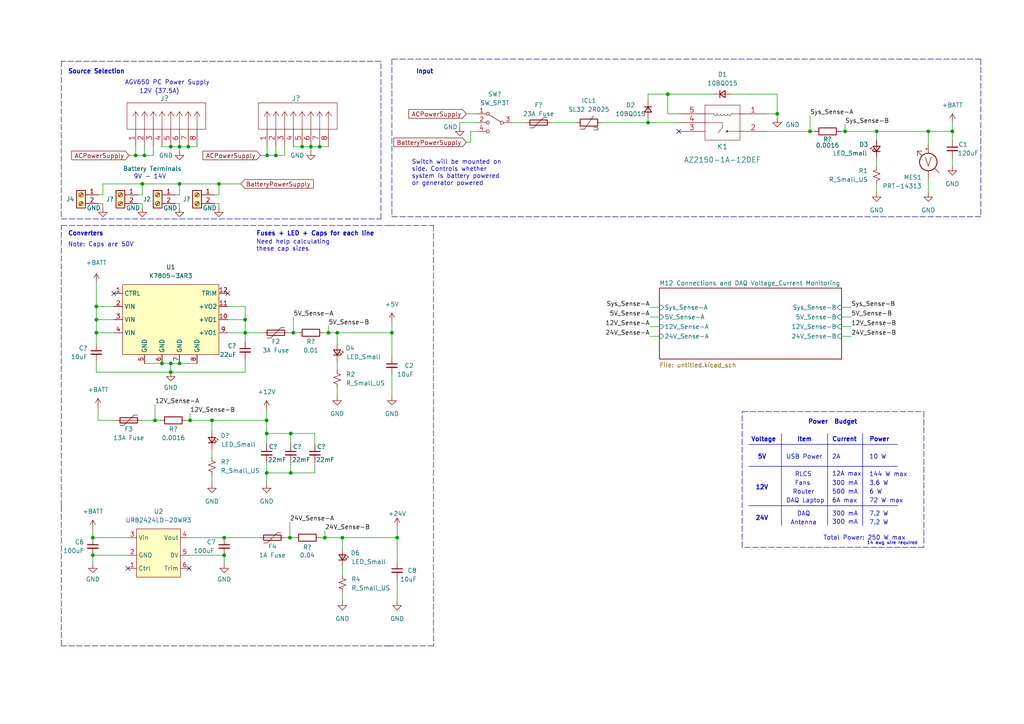
<source format=kicad_sch>
(kicad_sch (version 20211123) (generator eeschema)
  (paper "A4")
  (lib_symbols
    (symbol "AP63203WU_1"
      (property "Reference" "U1" (at 0 8.89 0))
      (property "Value" "K7805-3AR3" (at 0 6.35 0))
      (symbol "AP63203WU_1_0_1"
        (rectangle (start -13.97 3.81) (end 13.97 -16.51) (fill (type background)))
      )
      (symbol "AP63203WU_1_1_1"
        (pin input line (at -16.51 1.27 0) (length 2.54) (name "CTRL") (number "1"))
        (pin output line (at 16.51 -6.35 180) (length 2.54) (name "+VO1") (number "10"))
        (pin passive line (at 16.51 -2.54 180) (length 2.54) (name "+VO2") (number "11"))
        (pin input line (at 16.51 1.27 180) (length 2.54) (name "TRIM") (number "12"))
        (pin power_in line (at -16.51 -2.54 0) (length 2.54) (name "VIN") (number "2"))
        (pin power_in line (at -16.51 -6.35 0) (length 2.54) (name "VIN") (number "3"))
        (pin power_in line (at -16.51 -10.16 0) (length 2.54) (name "VIN") (number "4"))
        (pin power_in line (at -7.62 -19.05 90) (length 2.54) (name "GND") (number "5"))
        (pin power_in line (at -2.54 -19.05 90) (length 2.54) (name "GND") (number "6"))
        (pin power_in line (at 2.54 -19.05 90) (length 2.54) (name "GND") (number "7"))
        (pin power_in line (at 7.62 -19.05 90) (length 2.54) (name "GND") (number "8"))
        (pin output line (at 16.51 -10.16 180) (length 2.54) (name "+VO1") (number "9"))
      )
    )
    (symbol "Connector:Screw_Terminal_01x02" (pin_names (offset 1.016) hide)
      (property "Reference" "J" (at 0 2.54 0))
      (property "Value" "Screw_Terminal_01x02" (at 0 -5.08 0))
      (symbol "Screw_Terminal_01x02_1_1"
        (rectangle (start -1.27 1.27) (end 1.27 -3.81) (stroke (width 0.254)) (fill (type background)))
        (circle (center 0 -2.54) (radius 0.635) (stroke (width 0.1524)))
        (polyline (pts (xy -0.5334 -2.2098) (xy 0.3302 -3.048)) (stroke (width 0.1524)))
        (polyline (pts (xy -0.5334 0.3302) (xy 0.3302 -0.508)) (stroke (width 0.1524)))
        (polyline (pts (xy -0.3556 -2.032) (xy 0.508 -2.8702)) (stroke (width 0.1524)))
        (polyline (pts (xy -0.3556 0.508) (xy 0.508 -0.3302)) (stroke (width 0.1524)))
        (circle (center 0 0) (radius 0.635) (stroke (width 0.1524)))
        (pin passive line (at -5.08 0 0) (length 3.81) (name "Pin_1") (number "1"))
        (pin passive line (at -5.08 -2.54 0) (length 3.81) (name "Pin_2") (number "2"))
      )
    )
    (symbol "Device:C_Small" (pin_numbers hide) (pin_names (offset 0.254) hide)
      (property "Reference" "C" (at 0.254 1.778 0))
      (property "Value" "C_Small" (at 0.254 -2.032 0))
      (symbol "C_Small_0_1"
        (polyline (pts (xy -1.524 -0.508) (xy 1.524 -0.508)) (stroke (width 0.3302)))
        (polyline (pts (xy -1.524 0.508) (xy 1.524 0.508)) (stroke (width 0.3048)))
      )
      (symbol "C_Small_1_1"
        (pin passive line (at 0 2.54 270) (length 2.032) (name "~") (number "1"))
        (pin passive line (at 0 -2.54 90) (length 2.032) (name "~") (number "2"))
      )
    )
    (symbol "Device:D_Small" (pin_numbers hide) (pin_names (offset 0.254) hide)
      (property "Reference" "D" (at -1.27 2.032 0))
      (property "Value" "D_Small" (at -3.81 -2.032 0))
      (symbol "D_Small_0_1"
        (polyline (pts (xy -0.762 -1.016) (xy -0.762 1.016)) (stroke (width 0.254)))
        (polyline (pts (xy -0.762 0) (xy 0.762 0)))
        (polyline (pts (xy 0.762 -1.016) (xy -0.762 0) (xy 0.762 1.016) (xy 0.762 -1.016)) (stroke (width 0.254)))
      )
      (symbol "D_Small_1_1"
        (pin passive line (at -2.54 0 0) (length 1.778) (name "K") (number "1"))
        (pin passive line (at 2.54 0 180) (length 1.778) (name "A") (number "2"))
      )
    )
    (symbol "Device:LED_Small" (pin_numbers hide) (pin_names (offset 0.254) hide)
      (property "Reference" "D" (at -1.27 3.175 0))
      (property "Value" "LED_Small" (at -4.445 -2.54 0))
      (symbol "LED_Small_0_1"
        (polyline (pts (xy -0.762 -1.016) (xy -0.762 1.016)) (stroke (width 0.254)))
        (polyline (pts (xy 1.016 0) (xy -0.762 0)))
        (polyline (pts (xy 0.762 -1.016) (xy -0.762 0) (xy 0.762 1.016) (xy 0.762 -1.016)) (stroke (width 0.254)))
        (polyline (pts (xy 0 0.762) (xy -0.508 1.27) (xy -0.254 1.27) (xy -0.508 1.27) (xy -0.508 1.016)))
        (polyline (pts (xy 0.508 1.27) (xy 0 1.778) (xy 0.254 1.778) (xy 0 1.778) (xy 0 1.524)))
      )
      (symbol "LED_Small_1_1"
        (pin passive line (at -2.54 0 0) (length 1.778) (name "K") (number "1"))
        (pin passive line (at 2.54 0 180) (length 1.778) (name "A") (number "2"))
      )
    )
    (symbol "Device:Polyfuse" (pin_numbers hide) (pin_names (offset 0))
      (property "Reference" "F" (at -2.54 0 90))
      (property "Value" "Polyfuse" (at 2.54 0 90))
      (symbol "Polyfuse_0_1"
        (rectangle (start -0.762 2.54) (end 0.762 -2.54) (stroke (width 0.254)))
        (polyline (pts (xy 0 2.54) (xy 0 -2.54)))
        (polyline (pts (xy -1.524 2.54) (xy -1.524 1.524) (xy 1.524 -1.524) (xy 1.524 -2.54)))
      )
      (symbol "Polyfuse_1_1"
        (pin passive line (at 0 3.81 270) (length 1.27) (name "~") (number "1"))
        (pin passive line (at 0 -3.81 90) (length 1.27) (name "~") (number "2"))
      )
    )
    (symbol "Device:R" (pin_numbers hide) (pin_names (offset 0))
      (property "Reference" "R" (at 2.032 0 90))
      (property "Value" "R" (at 0 0 90))
      (symbol "R_0_1"
        (rectangle (start -1.016 -2.54) (end 1.016 2.54) (stroke (width 0.254)))
      )
      (symbol "R_1_1"
        (pin passive line (at 0 3.81 270) (length 1.27) (name "~") (number "1"))
        (pin passive line (at 0 -3.81 90) (length 1.27) (name "~") (number "2"))
      )
    )
    (symbol "Device:R_Small_US" (pin_numbers hide) (pin_names (offset 0.254) hide)
      (property "Reference" "R" (at 0.762 0.508 0))
      (property "Value" "R_Small_US" (at 0.762 -1.016 0))
      (symbol "R_Small_US_1_1"
        (polyline (pts (xy 0 0) (xy 1.016 -0.381) (xy 0 -0.762) (xy -1.016 -1.143) (xy 0 -1.524)))
        (polyline (pts (xy 0 1.524) (xy 1.016 1.143) (xy 0 0.762) (xy -1.016 0.381) (xy 0 0)))
        (pin passive line (at 0 2.54 270) (length 1.016) (name "~") (number "1"))
        (pin passive line (at 0 -2.54 90) (length 1.016) (name "~") (number "2"))
      )
    )
    (symbol "Device:Varistor" (pin_numbers hide) (pin_names (offset 0))
      (property "Reference" "RV" (at 3.175 0 90))
      (property "Value" "Varistor" (at -3.175 0 90))
      (symbol "Varistor_0_0"
        (text "U" (at -1.778 -2.032 0) (effects (font (size 1.27 1.27))))
      )
      (symbol "Varistor_0_1"
        (rectangle (start -1.016 -2.54) (end 1.016 2.54) (stroke (width 0.254)))
        (polyline (pts (xy -1.905 2.54) (xy -1.905 1.27) (xy 1.905 -1.27)))
      )
      (symbol "Varistor_1_1"
        (pin passive line (at 0 3.81 270) (length 1.27) (name "~") (number "1"))
        (pin passive line (at 0 -3.81 90) (length 1.27) (name "~") (number "2"))
      )
    )
    (symbol "Device:Voltmeter_DC" (pin_numbers hide) (pin_names (offset 0.0254) hide)
      (property "Reference" "MES" (at -3.302 1.016 0))
      (property "Value" "Voltmeter_DC" (at -3.302 -0.762 0))
      (symbol "Voltmeter_DC_0_0"
        (polyline (pts (xy -3.175 -3.175) (xy -1.905 -1.905)))
        (polyline (pts (xy 1.905 1.905) (xy 3.175 3.175)))
        (polyline (pts (xy 1.905 3.175) (xy 3.175 3.175) (xy 3.175 1.905)))
        (text "V" (at 0 0 0) (effects (font (size 2.54 2.54))))
      )
      (symbol "Voltmeter_DC_0_1"
        (polyline (pts (xy 0.254 3.81) (xy 0.762 3.81)))
        (polyline (pts (xy 0.508 4.064) (xy 0.508 3.556)))
        (circle (center 0 0) (radius 2.54) (stroke (width 0.254)))
      )
      (symbol "Voltmeter_DC_1_1"
        (pin passive line (at 0 -5.08 90) (length 2.54) (name "-") (number "1"))
        (pin passive line (at 0 5.08 270) (length 2.54) (name "+") (number "2"))
      )
    )
    (symbol "GSP:455860005" (pin_names (offset 0.254) hide)
      (property "Reference" "J" (at 8.89 6.35 0))
      (property "Value" "455860005" (at 10.16 -10.16 0))
      (symbol "455860005_1_1"
        (polyline (pts (xy 5.08 -20.32) (xy 12.7 -20.32)) (stroke (width 0.127)))
        (polyline (pts (xy 5.08 2.54) (xy 5.08 -20.32)) (stroke (width 0.127)))
        (polyline (pts (xy 10.16 -17.78) (xy 5.08 -17.78)) (stroke (width 0.127)))
        (polyline (pts (xy 10.16 -17.78) (xy 8.89 -18.6182)) (stroke (width 0.127)))
        (polyline (pts (xy 10.16 -17.78) (xy 8.89 -16.9418)) (stroke (width 0.127)))
        (polyline (pts (xy 10.16 -15.24) (xy 5.08 -15.24)) (stroke (width 0.127)))
        (polyline (pts (xy 10.16 -15.24) (xy 8.89 -16.0782)) (stroke (width 0.127)))
        (polyline (pts (xy 10.16 -15.24) (xy 8.89 -14.4018)) (stroke (width 0.127)))
        (polyline (pts (xy 10.16 -12.7) (xy 5.08 -12.7)) (stroke (width 0.127)))
        (polyline (pts (xy 10.16 -12.7) (xy 8.89 -13.5382)) (stroke (width 0.127)))
        (polyline (pts (xy 10.16 -12.7) (xy 8.89 -11.8618)) (stroke (width 0.127)))
        (polyline (pts (xy 10.16 -10.16) (xy 5.08 -10.16)) (stroke (width 0.127)))
        (polyline (pts (xy 10.16 -10.16) (xy 8.89 -10.9982)) (stroke (width 0.127)))
        (polyline (pts (xy 10.16 -10.16) (xy 8.89 -9.3218)) (stroke (width 0.127)))
        (polyline (pts (xy 10.16 -7.62) (xy 5.08 -7.62)) (stroke (width 0.127)))
        (polyline (pts (xy 10.16 -7.62) (xy 8.89 -8.4582)) (stroke (width 0.127)))
        (polyline (pts (xy 10.16 -7.62) (xy 8.89 -6.7818)) (stroke (width 0.127)))
        (polyline (pts (xy 10.16 -5.08) (xy 5.08 -5.08)) (stroke (width 0.127)))
        (polyline (pts (xy 10.16 -5.08) (xy 8.89 -5.9182)) (stroke (width 0.127)))
        (polyline (pts (xy 10.16 -5.08) (xy 8.89 -4.2418)) (stroke (width 0.127)))
        (polyline (pts (xy 10.16 -2.54) (xy 5.08 -2.54)) (stroke (width 0.127)))
        (polyline (pts (xy 10.16 -2.54) (xy 8.89 -3.3782)) (stroke (width 0.127)))
        (polyline (pts (xy 10.16 -2.54) (xy 8.89 -1.7018)) (stroke (width 0.127)))
        (polyline (pts (xy 10.16 0) (xy 5.08 0)) (stroke (width 0.127)))
        (polyline (pts (xy 10.16 0) (xy 8.89 -0.8382)) (stroke (width 0.127)))
        (polyline (pts (xy 10.16 0) (xy 8.89 0.8382)) (stroke (width 0.127)))
        (polyline (pts (xy 12.7 -20.32) (xy 12.7 2.54)) (stroke (width 0.127)))
        (polyline (pts (xy 12.7 2.54) (xy 5.08 2.54)) (stroke (width 0.127)))
        (pin unspecified line (at 0 0 0) (length 5.08) (name "1") (number "1"))
        (pin unspecified line (at 0 -2.54 0) (length 5.08) (name "2") (number "2"))
        (pin unspecified line (at 0 -5.08 0) (length 5.08) (name "3") (number "3"))
        (pin unspecified line (at 0 -7.62 0) (length 5.08) (name "4") (number "4"))
        (pin unspecified line (at 0 -10.16 0) (length 5.08) (name "5") (number "5"))
        (pin unspecified line (at 0 -12.7 0) (length 5.08) (name "6") (number "6"))
        (pin unspecified line (at 0 -15.24 0) (length 5.08) (name "7") (number "7"))
        (pin unspecified line (at 0 -17.78 0) (length 5.08) (name "8") (number "8"))
      )
    )
    (symbol "GSP:AZ2150-1A-12DEF" (pin_names (offset 0.254) hide)
      (property "Reference" "K" (at 12.7 7.62 0))
      (property "Value" "AZ2150-1A-12DEF" (at 12.7 5.08 0))
      (symbol "AZ2150-1A-12DEF_1_1"
        (polyline (pts (xy 7.62 -7.62) (xy 17.78 -7.62)) (stroke (width 0.127)))
        (polyline (pts (xy 7.62 -5.08) (xy 11.43 -5.08)) (stroke (width 0.127)))
        (polyline (pts (xy 7.62 0) (xy 10.16 0)) (stroke (width 0.127)))
        (polyline (pts (xy 7.62 2.54) (xy 7.62 -7.62)) (stroke (width 0.127)))
        (polyline (pts (xy 12.7 -3.81) (xy 13.97 -5.588)) (stroke (width 0.127)))
        (polyline (pts (xy 12.7 -2.54) (xy 12.7 -3.81)) (stroke (width 0.127)))
        (polyline (pts (xy 15.24 0) (xy 17.78 0)) (stroke (width 0.127)))
        (polyline (pts (xy 17.78 -7.62) (xy 17.78 2.54)) (stroke (width 0.127)))
        (polyline (pts (xy 17.78 -2.54) (xy 12.7 -2.54)) (stroke (width 0.127)))
        (polyline (pts (xy 17.78 2.54) (xy 7.62 2.54)) (stroke (width 0.127)))
        (polyline (pts (xy 11.684 -5.08) (xy 11.176 -5.334) (xy 11.176 -4.826) (xy 11.684 -5.08)) (fill (type outline)))
        (arc (start 10.16 0) (mid 10.668 -0.508) (end 11.176 0) (stroke (width 0.127)))
        (arc (start 11.176 0) (mid 11.684 -0.508) (end 12.192 0) (stroke (width 0.127)))
        (arc (start 12.192 0) (mid 12.7 -0.508) (end 13.208 0) (stroke (width 0.127)))
        (arc (start 13.208 0) (mid 13.716 -0.508) (end 14.224 0) (stroke (width 0.127)))
        (arc (start 14.224 0) (mid 14.732 -0.508) (end 15.24 0) (stroke (width 0.127)))
        (pin unspecified line (at 0 0 0) (length 7.62) (name "1") (number "1"))
        (pin unspecified line (at 0 -5.08 0) (length 7.62) (name "2") (number "2"))
        (pin unspecified line (at 25.4 -5.08 180) (length 7.62) (name "3") (number "3"))
        (pin unspecified line (at 25.4 -2.54 180) (length 7.62) (name "4") (number "4"))
        (pin unspecified line (at 25.4 0 180) (length 7.62) (name "5") (number "5"))
      )
    )
    (symbol "GSP:URB2424LD-30WR3"
      (property "Reference" "U2" (at 0 11.43 0))
      (property "Value" "URB2424LD-20WR3" (at 0 8.89 0))
      (symbol "URB2424LD-30WR3_0_1"
        (rectangle (start -6.35 6.35) (end 6.35 -7.62) (fill (type background)))
      )
      (symbol "URB2424LD-30WR3_1_1"
        (pin power_in line (at -8.89 -5.08 0) (length 2.54) (name "Ctrl") (number "1"))
        (pin power_in line (at -8.89 -1.27 0) (length 2.54) (name "GND") (number "2"))
        (pin power_in line (at -8.89 3.81 0) (length 2.54) (name "Vin") (number "3"))
        (pin power_out line (at 8.89 3.81 180) (length 2.54) (name "Vout") (number "4"))
        (pin power_out line (at 8.89 -1.27 180) (length 2.54) (name "0V") (number "5"))
        (pin power_out line (at 8.89 -5.08 180) (length 2.54) (name "Trim") (number "6"))
      )
    )
    (symbol "Switch:SW_SP3T" (pin_names (offset 0) hide)
      (property "Reference" "SW" (at 0 5.08 0))
      (property "Value" "SW_SP3T" (at 0 -5.08 0))
      (symbol "SW_SP3T_0_1"
        (circle (center -2.032 0) (radius 0.4572))
        (polyline (pts (xy -1.651 0.254) (xy 1.651 2.286)))
        (circle (center 2.032 -2.54) (radius 0.4572))
        (circle (center 2.032 0) (radius 0.4572))
        (circle (center 2.032 2.54) (radius 0.4572))
      )
      (symbol "SW_SP3T_1_1"
        (pin passive line (at 5.08 2.54 180) (length 2.54) (name "1") (number "1"))
        (pin passive line (at 5.08 0 180) (length 2.54) (name "2") (number "2"))
        (pin passive line (at -5.08 0 0) (length 2.54) (name "3") (number "3"))
        (pin passive line (at 5.08 -2.54 180) (length 2.54) (name "4") (number "4"))
      )
    )
    (symbol "power:+12V" (power) (pin_names (offset 0))
      (property "Value" "+12V" (at 0 3.556 0))
      (symbol "+12V_0_1"
        (polyline (pts (xy -0.762 1.27) (xy 0 2.54)))
        (polyline (pts (xy 0 0) (xy 0 2.54)))
        (polyline (pts (xy 0 2.54) (xy 0.762 1.27)))
      )
      (symbol "+12V_1_1"
        (pin power_in line (at 0 0 90) (length 0) hide (name "+12V") (number "1"))
      )
    )
    (symbol "power:+24V" (power) (pin_names (offset 0))
      (property "Value" "+24V" (at 0 3.556 0))
      (symbol "+24V_0_1"
        (polyline (pts (xy -0.762 1.27) (xy 0 2.54)))
        (polyline (pts (xy 0 0) (xy 0 2.54)))
        (polyline (pts (xy 0 2.54) (xy 0.762 1.27)))
      )
      (symbol "+24V_1_1"
        (pin power_in line (at 0 0 90) (length 0) hide (name "+24V") (number "1"))
      )
    )
    (symbol "power:+5V" (power) (pin_names (offset 0))
      (property "Value" "+5V" (at 0 3.556 0))
      (symbol "+5V_0_1"
        (polyline (pts (xy -0.762 1.27) (xy 0 2.54)))
        (polyline (pts (xy 0 0) (xy 0 2.54)))
        (polyline (pts (xy 0 2.54) (xy 0.762 1.27)))
      )
      (symbol "+5V_1_1"
        (pin power_in line (at 0 0 90) (length 0) hide (name "+5V") (number "1"))
      )
    )
    (symbol "power:+BATT" (power) (pin_names (offset 0))
      (property "Value" "+BATT" (at 0 3.556 0))
      (symbol "+BATT_0_1"
        (polyline (pts (xy -0.762 1.27) (xy 0 2.54)))
        (polyline (pts (xy 0 0) (xy 0 2.54)))
        (polyline (pts (xy 0 2.54) (xy 0.762 1.27)))
      )
      (symbol "+BATT_1_1"
        (pin power_in line (at 0 0 90) (length 0) hide (name "+BATT") (number "1"))
      )
    )
    (symbol "power:GND" (power) (pin_names (offset 0))
      (property "Value" "GND" (at 0 -3.81 0))
      (symbol "GND_0_1"
        (polyline (pts (xy 0 0) (xy 0 -1.27) (xy 1.27 -1.27) (xy 0 -2.54) (xy -1.27 -1.27) (xy 0 -1.27)))
      )
      (symbol "GND_1_1"
        (pin power_in line (at 0 0 270) (length 0) hide (name "GND") (number "1"))
      )
    )
  )
  (junction (at 65.024 161.036))
  (junction (at 84.328 125.73))
  (junction (at 55.118 121.92))
  (junction (at 94.234 155.956))
  (junction (at 80.01 45.085))
  (junction (at 41.91 45.085))
  (junction (at 52.07 105.41))
  (junction (at 77.343 137.16))
  (junction (at 87.63 42.545))
  (junction (at 99.314 155.956))
  (junction (at 49.53 107.95))
  (junction (at 27.94 92.71))
  (junction (at 39.37 45.085))
  (junction (at 27.94 96.52))
  (junction (at 71.12 92.71))
  (junction (at 115.189 155.956))
  (junction (at 97.79 96.52))
  (junction (at 44.958 121.92))
  (junction (at 77.47 45.085))
  (junction (at 187.96 35.56))
  (junction (at 234.95 38.1))
  (junction (at 95.25 96.52))
  (junction (at 269.24 38.1))
  (junction (at 52.07 42.545))
  (junction (at 46.99 105.41))
  (junction (at 92.71 42.545))
  (junction (at 26.924 155.956))
  (junction (at 49.53 42.545))
  (junction (at 52.07 53.34))
  (junction (at 63.5 53.34))
  (junction (at 65.024 155.956))
  (junction (at 276.225 38.1))
  (junction (at 41.275 53.34))
  (junction (at 193.675 27.305))
  (junction (at 84.074 155.956))
  (junction (at 90.17 42.545))
  (junction (at 77.343 121.92))
  (junction (at 254.254 38.1))
  (junction (at 54.61 42.545))
  (junction (at 61.468 121.92))
  (junction (at 71.12 96.52))
  (junction (at 26.924 161.036))
  (junction (at 245.11 38.1))
  (junction (at 85.09 96.52))
  (junction (at 27.94 88.9))
  (junction (at 49.53 105.41))
  (junction (at 77.343 125.73))
  (junction (at 113.665 96.52))
  (junction (at 225.425 33.02))
  (junction (at 84.328 137.16))
  (no_connect (at 37.084 164.846))
  (no_connect (at 54.864 164.846))
  (no_connect (at 196.85 38.1))
  (no_connect (at 33.02 85.09))
  (no_connect (at 66.04 85.09))
  (wire (pts (xy 52.07 59.055) (xy 52.07 60.325)))
  (wire (pts (xy 269.24 52.07) (xy 269.24 55.88)))
  (wire (pts (xy 188.468 94.742) (xy 191.262 94.742)))
  (wire (pts (xy 65.024 155.956) (xy 75.184 155.956)))
  (wire (pts (xy 243.84 38.1) (xy 245.11 38.1)))
  (wire (pts (xy 77.343 125.73) (xy 77.343 128.905)))
  (polyline (pts (xy 240.03 125.73) (xy 240.03 152.4)) (stroke (width 0) (type solid)))
  (wire (pts (xy 99.314 171.831) (xy 99.314 174.371)))
  (wire (pts (xy 222.25 33.02) (xy 225.425 33.02)))
  (wire (pts (xy 61.468 130.175) (xy 61.468 132.715)))
  (wire (pts (xy 244.094 89.154) (xy 246.888 89.154)))
  (wire (pts (xy 113.665 96.52) (xy 113.665 103.505)))
  (wire (pts (xy 71.12 107.95) (xy 71.12 104.14)))
  (wire (pts (xy 80.01 42.545) (xy 80.01 45.085)))
  (wire (pts (xy 71.12 96.52) (xy 76.2 96.52)))
  (wire (pts (xy 84.328 137.16) (xy 91.313 137.16)))
  (polyline (pts (xy 113.03 187.325) (xy 17.78 187.325)))
  (wire (pts (xy 41.275 53.34) (xy 41.275 56.515)))
  (wire (pts (xy 84.328 125.73) (xy 91.313 125.73)))
  (wire (pts (xy 54.102 121.92) (xy 55.118 121.92)))
  (wire (pts (xy 41.91 42.545) (xy 41.91 45.085)))
  (wire (pts (xy 77.343 133.985) (xy 77.343 137.16)))
  (polyline (pts (xy 250.19 125.73) (xy 250.19 152.4)) (stroke (width 0) (type solid)))
  (polyline (pts (xy 215.265 158.75) (xy 215.265 119.38)))
  (wire (pts (xy 27.94 88.9) (xy 33.02 88.9)))
  (wire (pts (xy 187.96 34.29) (xy 187.96 35.56)))
  (wire (pts (xy 46.99 105.41) (xy 49.53 105.41)))
  (wire (pts (xy 87.63 42.545) (xy 90.17 42.545)))
  (wire (pts (xy 188.468 97.536) (xy 191.262 97.536)))
  (wire (pts (xy 77.343 125.73) (xy 84.328 125.73)))
  (polyline (pts (xy 267.97 158.75) (xy 215.265 158.75)))
  (polyline (pts (xy 17.78 146.685) (xy 17.78 65.405)))
  (wire (pts (xy 225.425 33.02) (xy 225.425 34.29)))
  (wire (pts (xy 49.53 105.41) (xy 52.07 105.41)))
  (wire (pts (xy 234.95 33.528) (xy 234.95 38.1)))
  (wire (pts (xy 50.8 59.055) (xy 52.07 59.055)))
  (wire (pts (xy 26.924 161.036) (xy 26.924 163.576)))
  (wire (pts (xy 49.53 107.95) (xy 49.53 105.41)))
  (wire (pts (xy 99.314 155.956) (xy 115.189 155.956)))
  (wire (pts (xy 97.79 112.395) (xy 97.79 114.935)))
  (wire (pts (xy 49.53 42.545) (xy 52.07 42.545)))
  (wire (pts (xy 27.94 96.52) (xy 27.94 99.695)))
  (wire (pts (xy 115.189 168.021) (xy 115.189 174.371)))
  (wire (pts (xy 41.275 59.055) (xy 41.275 60.325)))
  (wire (pts (xy 97.79 99.695) (xy 97.79 96.52)))
  (polyline (pts (xy 125.73 187.325) (xy 111.76 187.325)))
  (wire (pts (xy 196.85 33.02) (xy 193.675 33.02)))
  (wire (pts (xy 54.61 42.545) (xy 57.15 42.545)))
  (wire (pts (xy 160.02 35.56) (xy 167.005 35.56)))
  (wire (pts (xy 82.804 155.956) (xy 84.074 155.956)))
  (wire (pts (xy 71.12 92.71) (xy 71.12 96.52)))
  (wire (pts (xy 71.12 88.9) (xy 71.12 92.71)))
  (wire (pts (xy 62.23 59.055) (xy 63.5 59.055)))
  (wire (pts (xy 91.313 133.985) (xy 91.313 137.16)))
  (wire (pts (xy 77.47 42.545) (xy 77.47 45.085)))
  (wire (pts (xy 40.005 59.055) (xy 41.275 59.055)))
  (wire (pts (xy 113.665 108.585) (xy 113.665 114.935)))
  (wire (pts (xy 99.314 159.131) (xy 99.314 155.956)))
  (polyline (pts (xy 217.17 128.905) (xy 260.35 128.905)) (stroke (width 0) (type solid)))
  (wire (pts (xy 41.91 45.085) (xy 44.45 45.085)))
  (polyline (pts (xy 113.665 17.145) (xy 113.665 62.865)))
  (polyline (pts (xy 17.78 17.78) (xy 17.78 63.5)))
  (wire (pts (xy 193.675 33.02) (xy 193.675 27.305)))
  (wire (pts (xy 90.17 42.545) (xy 90.17 43.815)))
  (wire (pts (xy 95.25 96.52) (xy 97.79 96.52)))
  (wire (pts (xy 40.005 56.515) (xy 41.275 56.515)))
  (wire (pts (xy 115.189 155.956) (xy 115.189 162.941)))
  (wire (pts (xy 148.59 35.56) (xy 152.4 35.56)))
  (wire (pts (xy 28.575 59.055) (xy 29.845 59.055)))
  (wire (pts (xy 61.468 137.795) (xy 61.468 140.335)))
  (wire (pts (xy 71.12 96.52) (xy 71.12 99.06)))
  (wire (pts (xy 41.91 105.41) (xy 46.99 105.41)))
  (wire (pts (xy 65.024 161.036) (xy 65.024 163.576)))
  (wire (pts (xy 50.8 56.515) (xy 52.07 56.515)))
  (wire (pts (xy 39.37 45.085) (xy 41.91 45.085)))
  (wire (pts (xy 63.5 53.34) (xy 63.5 56.515)))
  (wire (pts (xy 80.01 45.085) (xy 82.55 45.085)))
  (wire (pts (xy 84.328 133.985) (xy 84.328 137.16)))
  (wire (pts (xy 92.964 155.956) (xy 94.234 155.956)))
  (wire (pts (xy 93.98 96.52) (xy 95.25 96.52)))
  (wire (pts (xy 91.313 128.905) (xy 91.313 125.73)))
  (wire (pts (xy 52.07 53.34) (xy 63.5 53.34)))
  (wire (pts (xy 187.96 27.305) (xy 187.96 29.21)))
  (wire (pts (xy 85.09 96.52) (xy 86.36 96.52)))
  (wire (pts (xy 254.254 38.1) (xy 254.254 40.64)))
  (wire (pts (xy 193.675 27.305) (xy 187.96 27.305)))
  (wire (pts (xy 55.118 121.92) (xy 61.468 121.92)))
  (wire (pts (xy 84.328 128.905) (xy 84.328 125.73)))
  (wire (pts (xy 254.254 45.72) (xy 254.254 48.26)))
  (wire (pts (xy 83.82 96.52) (xy 85.09 96.52)))
  (wire (pts (xy 94.234 153.924) (xy 94.234 155.956)))
  (wire (pts (xy 27.94 92.71) (xy 27.94 96.52)))
  (wire (pts (xy 63.5 53.34) (xy 69.85 53.34)))
  (wire (pts (xy 245.11 36.068) (xy 245.11 38.1)))
  (wire (pts (xy 66.04 88.9) (xy 71.12 88.9)))
  (wire (pts (xy 85.09 91.948) (xy 85.09 96.52)))
  (polyline (pts (xy 217.17 135.255) (xy 260.35 135.255)) (stroke (width 0) (type solid)))
  (polyline (pts (xy 215.265 119.38) (xy 267.97 119.38)))
  (wire (pts (xy 29.845 53.34) (xy 41.275 53.34)))
  (wire (pts (xy 269.24 38.1) (xy 276.225 38.1)))
  (wire (pts (xy 269.24 41.91) (xy 269.24 38.1)))
  (wire (pts (xy 84.074 155.956) (xy 85.344 155.956)))
  (wire (pts (xy 27.94 104.775) (xy 27.94 107.95)))
  (wire (pts (xy 52.07 53.34) (xy 52.07 56.515)))
  (wire (pts (xy 27.94 81.915) (xy 27.94 88.9)))
  (polyline (pts (xy 284.48 17.145) (xy 284.48 62.865)))
  (wire (pts (xy 46.99 42.545) (xy 49.53 42.545)))
  (wire (pts (xy 174.625 35.56) (xy 187.96 35.56)))
  (wire (pts (xy 44.45 45.085) (xy 44.45 42.545)))
  (wire (pts (xy 133.35 35.56) (xy 138.43 35.56)))
  (wire (pts (xy 77.343 118.745) (xy 77.343 121.92)))
  (polyline (pts (xy 17.78 187.325) (xy 17.78 146.685)))
  (wire (pts (xy 63.5 59.055) (xy 63.5 60.325)))
  (wire (pts (xy 28.448 118.11) (xy 28.448 121.92)))
  (wire (pts (xy 97.79 104.775) (xy 97.79 107.315)))
  (wire (pts (xy 26.924 161.036) (xy 37.084 161.036)))
  (wire (pts (xy 26.924 155.956) (xy 37.084 155.956)))
  (polyline (pts (xy 110.49 17.78) (xy 17.78 17.78)))
  (wire (pts (xy 133.35 35.56) (xy 133.35 36.83)))
  (polyline (pts (xy 226.6592 125.73) (xy 226.6592 152.4)) (stroke (width 0) (type solid)))
  (polyline (pts (xy 284.48 62.865) (xy 113.665 62.865)))
  (wire (pts (xy 276.225 45.72) (xy 276.225 48.26)))
  (wire (pts (xy 113.665 93.345) (xy 113.665 96.52)))
  (polyline (pts (xy 217.17 146.685) (xy 260.35 146.685)) (stroke (width 0) (type solid)))
  (polyline (pts (xy 17.78 63.5) (xy 110.49 63.5)))
  (wire (pts (xy 222.25 38.1) (xy 234.95 38.1)))
  (wire (pts (xy 26.924 153.416) (xy 26.924 155.956)))
  (wire (pts (xy 41.275 53.34) (xy 52.07 53.34)))
  (wire (pts (xy 225.425 27.305) (xy 212.09 27.305)))
  (wire (pts (xy 75.565 45.085) (xy 77.47 45.085)))
  (wire (pts (xy 84.074 151.384) (xy 84.074 155.956)))
  (wire (pts (xy 27.94 92.71) (xy 33.02 92.71)))
  (wire (pts (xy 62.23 56.515) (xy 63.5 56.515)))
  (wire (pts (xy 225.425 33.02) (xy 225.425 27.305)))
  (wire (pts (xy 92.71 42.545) (xy 95.25 42.545)))
  (polyline (pts (xy 125.73 65.405) (xy 125.73 187.325)))
  (wire (pts (xy 49.53 107.95) (xy 71.12 107.95)))
  (wire (pts (xy 187.96 35.56) (xy 196.85 35.56)))
  (wire (pts (xy 54.864 155.956) (xy 65.024 155.956)))
  (wire (pts (xy 85.09 42.545) (xy 87.63 42.545)))
  (wire (pts (xy 28.448 121.92) (xy 33.528 121.92)))
  (wire (pts (xy 39.37 42.545) (xy 39.37 45.085)))
  (wire (pts (xy 29.845 53.34) (xy 29.845 56.515)))
  (wire (pts (xy 52.07 42.545) (xy 52.07 43.815)))
  (wire (pts (xy 54.864 161.036) (xy 65.024 161.036)))
  (wire (pts (xy 94.234 155.956) (xy 99.314 155.956)))
  (wire (pts (xy 244.094 94.742) (xy 246.888 94.742)))
  (polyline (pts (xy 113.665 17.145) (xy 284.48 17.145)))
  (wire (pts (xy 41.148 121.92) (xy 44.958 121.92)))
  (wire (pts (xy 276.225 35.56) (xy 276.225 38.1)))
  (wire (pts (xy 77.343 137.16) (xy 84.328 137.16)))
  (wire (pts (xy 29.845 59.055) (xy 29.845 60.325)))
  (wire (pts (xy 27.94 88.9) (xy 27.94 92.71)))
  (wire (pts (xy 77.343 137.16) (xy 77.343 140.335)))
  (wire (pts (xy 55.118 119.888) (xy 55.118 121.92)))
  (wire (pts (xy 234.95 38.1) (xy 236.22 38.1)))
  (wire (pts (xy 77.343 121.92) (xy 77.343 125.73)))
  (wire (pts (xy 28.575 56.515) (xy 29.845 56.515)))
  (wire (pts (xy 66.04 96.52) (xy 71.12 96.52)))
  (wire (pts (xy 61.468 121.92) (xy 77.343 121.92)))
  (wire (pts (xy 82.55 45.085) (xy 82.55 42.545)))
  (polyline (pts (xy 110.49 63.5) (xy 110.49 17.78)))
  (wire (pts (xy 136.525 41.275) (xy 136.525 38.1)))
  (wire (pts (xy 37.465 45.085) (xy 39.37 45.085)))
  (wire (pts (xy 135.255 41.275) (xy 136.525 41.275)))
  (wire (pts (xy 77.47 45.085) (xy 80.01 45.085)))
  (wire (pts (xy 244.094 97.536) (xy 246.888 97.536)))
  (wire (pts (xy 66.04 92.71) (xy 71.12 92.71)))
  (wire (pts (xy 135.255 33.02) (xy 138.43 33.02)))
  (wire (pts (xy 27.94 107.95) (xy 49.53 107.95)))
  (polyline (pts (xy 17.78 65.405) (xy 113.03 65.405)))
  (wire (pts (xy 61.468 125.095) (xy 61.468 121.92)))
  (wire (pts (xy 188.468 89.154) (xy 191.262 89.154)))
  (wire (pts (xy 115.189 152.781) (xy 115.189 155.956)))
  (wire (pts (xy 52.07 105.41) (xy 57.15 105.41)))
  (wire (pts (xy 136.525 38.1) (xy 138.43 38.1)))
  (wire (pts (xy 254.254 38.1) (xy 269.24 38.1)))
  (wire (pts (xy 193.675 27.305) (xy 207.01 27.305)))
  (wire (pts (xy 90.17 42.545) (xy 92.71 42.545)))
  (wire (pts (xy 52.07 42.545) (xy 54.61 42.545)))
  (polyline (pts (xy 113.03 65.405) (xy 125.73 65.405)))
  (wire (pts (xy 244.094 91.948) (xy 246.888 91.948)))
  (wire (pts (xy 245.11 38.1) (xy 254.254 38.1)))
  (wire (pts (xy 188.468 91.948) (xy 191.262 91.948)))
  (wire (pts (xy 254.254 53.34) (xy 254.254 55.88)))
  (wire (pts (xy 95.25 94.488) (xy 95.25 96.52)))
  (wire (pts (xy 97.79 96.52) (xy 113.665 96.52)))
  (wire (pts (xy 99.314 164.211) (xy 99.314 166.751)))
  (wire (pts (xy 276.225 40.64) (xy 276.225 38.1)))
  (wire (pts (xy 44.958 121.92) (xy 46.482 121.92)))
  (wire (pts (xy 44.958 117.348) (xy 44.958 121.92)))
  (polyline (pts (xy 267.97 119.38) (xy 267.97 158.75)))
  (wire (pts (xy 33.02 96.52) (xy 27.94 96.52)))
  (text "500 mA\n" (at 241.3 143.51 0) (effects (font (size 1.27 1.27)) (justify left bottom)))
  (text "10 W" (at 252.095 133.35 0) (effects (font (size 1.27 1.27)) (justify left bottom)))
  (text "9V - 14V" (at 38.735 52.07 0) (effects (font (size 1.27 1.27)) (justify left bottom)))
  (text "12V\n" (at 219.075 142.24 0) (effects (font (size 1.27 1.27) bold) (justify left bottom)))
  (text "Switch will be mounted on \nside. Controls whether \nsystem is battery powered \nor generator powered\n" (at 119.38 53.975 0) (effects (font (size 1.27 1.27)) (justify left bottom)))
  (text "DAQ" (at 231.14 149.86 0) (effects (font (size 1.27 1.27)) (justify left bottom)))
  (text "7.2 W" (at 252.095 149.86 0) (effects (font (size 1.27 1.27)) (justify left bottom)))
  (text "24V" (at 219.075 151.13 0) (effects (font (size 1.27 1.27) bold) (justify left bottom)))
  (text "RLCS" (at 230.505 138.43 0) (effects (font (size 1.27 1.27)) (justify left bottom)))
  (text "5V\n" (at 219.71 133.35 0) (effects (font (size 1.27 1.27) bold) (justify left bottom)))
  (text "2A" (at 241.3 133.35 0) (effects (font (size 1.27 1.27)) (justify left bottom)))
  (text "300 mA\n" (at 241.3 140.97 0) (effects (font (size 1.27 1.27)) (justify left bottom)))
  (text "6A max\n" (at 241.3 146.05 0) (effects (font (size 1.27 1.27)) (justify left bottom)))
  (text "12V (37.5A)" (at 52.07 27.305 180) (effects (font (size 1.27 1.27)) (justify right bottom)))
  (text "Note: Caps are 50V" (at 19.685 71.755 0) (effects (font (size 1.27 1.27)) (justify left bottom)))
  (text "300 mA\n" (at 241.3 149.86 0) (effects (font (size 1.27 1.27)) (justify left bottom)))
  (text "Fans\n" (at 230.505 140.97 0) (effects (font (size 1.27 1.27)) (justify left bottom)))
  (text "Converters" (at 19.685 68.58 0) (effects (font (size 1.27 1.27) (thickness 0.254) bold) (justify left bottom)))
  (text "Need help calculating\nthese cap sizes" (at 74.295 73.025 0) (effects (font (size 1.27 1.27)) (justify left bottom)))
  (text "Fuses + LED + Caps for each line" (at 74.295 68.58 0) (effects (font (size 1.27 1.27) (thickness 0.254) bold) (justify left bottom)))
  (text "USB Power" (at 227.965 133.35 0) (effects (font (size 1.27 1.27)) (justify left bottom)))
  (text "12A max\n\n" (at 241.3 140.335 0) (effects (font (size 1.27 1.27)) (justify left bottom)))
  (text "Voltage" (at 217.805 128.27 0) (effects (font (size 1.27 1.27) bold) (justify left bottom)))
  (text "Current\n" (at 241.3 128.27 0) (effects (font (size 1.27 1.27) bold) (justify left bottom)))
  (text "Total Power: 250 W max" (at 238.76 156.845 0) (effects (font (size 1.27 1.27)) (justify left bottom)))
  (text "3.6 W" (at 252.095 140.97 0) (effects (font (size 1.27 1.27)) (justify left bottom)))
  (text "14 awg wire required" (at 251.4242 158.115 0) (effects (font (size 0.9 0.9)) (justify left bottom)))
  (text "Router" (at 229.87 143.51 0) (effects (font (size 1.27 1.27)) (justify left bottom)))
  (text "Input" (at 120.65 21.59 0) (effects (font (size 1.27 1.27) bold) (justify left bottom)))
  (text "Source Selection" (at 19.685 21.59 0) (effects (font (size 1.27 1.27) bold) (justify left bottom)))
  (text "6 W" (at 252.095 143.51 0) (effects (font (size 1.27 1.27)) (justify left bottom)))
  (text "Antenna\n" (at 229.235 152.4 0) (effects (font (size 1.27 1.27)) (justify left bottom)))
  (text "AGV650 PC Power Supply" (at 36.195 24.765 0) (effects (font (size 1.27 1.27)) (justify left bottom)))
  (text "Item" (at 231.14 128.27 0) (effects (font (size 1.27 1.27) bold) (justify left bottom)))
  (text "Power  Budget" (at 234.315 123.19 0) (effects (font (size 1.27 1.27) (thickness 0.254) bold) (justify left bottom)))
  (text "72 W max" (at 252.095 146.05 0) (effects (font (size 1.27 1.27)) (justify left bottom)))
  (text "300 mA\n\n" (at 241.3 154.305 0) (effects (font (size 1.27 1.27)) (justify left bottom)))
  (text "DAQ Laptop\n" (at 227.965 146.05 0) (effects (font (size 1.27 1.27)) (justify left bottom)))
  (text "144 W max\n" (at 252.095 138.43 0) (effects (font (size 1.27 1.27)) (justify left bottom)))
  (text "Power" (at 252.095 128.27 0) (effects (font (size 1.27 1.27) bold) (justify left bottom)))
  (text "7.2 W" (at 252.095 152.4 0) (effects (font (size 1.27 1.27)) (justify left bottom)))
  (label "12V_Sense-B" (at 55.118 119.888 0))
  (label "12V_Sense-B" (at 246.888 94.742 0))
  (label "5V_Sense-B" (at 95.25 94.488 0))
  (label "5V_Sense-B" (at 246.888 91.948 0))
  (label "Sys_Sense-B" (at 245.11 36.068 0))
  (label "24V_Sense-B" (at 94.234 153.924 0))
  (label "Sys_Sense-B" (at 246.888 89.154 0))
  (label "5V_Sense-A" (at 188.468 91.948 180))
  (label "24V_Sense-A" (at 84.074 151.384 0))
  (label "12V_Sense-A" (at 188.468 94.742 180))
  (label "24V_Sense-A" (at 188.468 97.536 180))
  (label "Sys_Sense-A" (at 188.468 89.154 180))
  (label "24V_Sense-B" (at 246.888 97.536 0))
  (label "12V_Sense-A" (at 44.958 117.348 0))
  (label "5V_Sense-A" (at 85.09 91.948 0))
  (label "Sys_Sense-A" (at 234.95 33.528 0))
  (global_label "ACPowerSupply" (shape input) (at 75.565 45.085 180) (property "Intersheet References" "${INTERSHEET_REFS}" (effects hide)))
  (global_label "ACPowerSupply" (shape input) (at 37.465 45.085 180) (property "Intersheet References" "${INTERSHEET_REFS}" (effects hide)))
  (global_label "BatteryPowerSupply" (shape input) (at 69.85 53.34 0) (property "Intersheet References" "${INTERSHEET_REFS}" (effects hide)))
  (global_label "ACPowerSupply" (shape input) (at 135.255 33.02 180) (property "Intersheet References" "${INTERSHEET_REFS}" (effects hide)))
  (global_label "BatteryPowerSupply" (shape input) (at 135.255 41.275 180) (property "Intersheet References" "${INTERSHEET_REFS}" (effects hide)))
  (symbol (lib_id "Device:R") (at 240.03 38.1 90) (unit 1)
    (property "Reference" "R?" (at 240.03 40.386 90))
    (property "Value" "0.0016" (at 240.03 42.164 90))
    (property "Footprint" "Resistor_SMD:R_1206_3216Metric_Pad1.42x1.75mm_HandSolder" (effects hide))
  )
  (symbol (lib_id "power:+BATT") (at 27.94 81.915 0) (unit 1)
    (property "Reference" "#PWR08" (effects hide))
    (property "Value" "+BATT" (at 27.94 76.2 0))
  )
  (symbol (lib_id "Connector:Screw_Terminal_01x02") (at 45.72 56.515 0) (mirror y) (unit 1)
    (property "Reference" "J2" (at 43.815 57.785 0) (effects (justify left)))
    (property "Value" "Battery Terminals" (effects hide))
  )
  (symbol (lib_id "power:GND") (at 269.24 55.88 0) (unit 1)
    (property "Reference" "#PWR06" (effects hide))
    (property "Value" "GND" (at 269.24 60.96 0))
  )
  (symbol (lib_id "power:GND") (at 97.79 114.935 0) (unit 1)
    (property "Reference" "#PWR09" (effects hide))
    (property "Value" "GND" (at 97.79 120.015 0))
  )
  (symbol (lib_id "power:+5V") (at 113.665 93.345 0) (unit 1)
    (property "Reference" "#PWR07" (effects hide))
    (property "Value" "+5V" (at 113.665 88.265 0))
  )
  (symbol (lib_id "power:GND") (at 65.024 163.576 0) (unit 1)
    (property "Reference" "#PWR018" (effects hide))
    (property "Value" "GND" (at 65.024 168.021 0))
  )
  (symbol (lib_id "power:GND") (at 254.254 55.88 0) (mirror y) (unit 1)
    (property "Reference" "#PWR05" (effects hide))
    (property "Value" "GND" (at 254.254 60.96 0))
  )
  (symbol (lib_id "Device:Voltmeter_DC") (at 269.24 46.99 0) (mirror y) (unit 1)
    (property "Reference" "MES1" (at 267.335 51.435 0) (effects (justify left)))
    (property "Value" "PRT-14313" (at 267.335 53.975 0) (effects (justify left)))
    (property "Datasheet" "https://media.digikey.com/pdf/Data%20Sheets/Sparkfun%20PDFs/PRT-14313_Web.pdf" (effects hide))
  )
  (symbol (lib_id "power:GND") (at 63.5 60.325 0) (mirror y) (unit 1)
    (property "Reference" "#PWR?" (effects hide))
    (property "Value" "GND" (at 62.865 60.325 0) (effects (justify left)))
  )
  (symbol (lib_id "Device:R_Small_US") (at 254.254 50.8 0) (mirror x) (unit 1)
    (property "Reference" "R1" (at 251.714 49.5299 0) (effects (justify right)))
    (property "Value" "R_Small_US" (at 251.714 52.0699 0) (effects (justify right)))
  )
  (symbol (lib_id "Device:D_Small") (at 187.96 31.75 90) (mirror x) (unit 1)
    (property "Reference" "D2" (at 182.88 30.48 90))
    (property "Value" "10BQ015" (at 182.88 33.02 90))
    (property "Datasheet" "https://www.smc-diodes.com/propdf/10BQ015%20N0642%20REV.A.pdf" (effects hide))
  )
  (symbol (lib_id "power:GND") (at 113.665 114.935 0) (mirror y) (unit 1)
    (property "Reference" "#PWR010" (effects hide))
    (property "Value" "GND" (at 113.665 120.015 0))
  )
  (symbol (lib_name "AP63203WU_1") (lib_id "Regulator_Switching:AP63203WU") (at 49.53 86.36 0) (unit 1)
    (property "Reference" "U1" (at 49.53 77.47 0))
    (property "Value" "K7805-3AR3" (at 49.53 80.01 0))
    (property "Datasheet" "https://www.mornsun-power.com/html/pdf/K7803-3AR3.html" (effects hide))
  )
  (symbol (lib_id "power:GND") (at 115.189 174.371 0) (mirror y) (unit 1)
    (property "Reference" "#PWR021" (effects hide))
    (property "Value" "GND" (at 115.189 179.451 0))
  )
  (symbol (lib_id "Device:R") (at 90.17 96.52 90) (unit 1)
    (property "Reference" "R?" (at 90.17 99.06 90))
    (property "Value" "0.01" (at 90.17 101.6 90))
    (property "Footprint" "Resistor_SMD:R_1206_3216Metric_Pad1.42x1.75mm_HandSolder" (effects hide))
  )
  (symbol (lib_id "power:+BATT") (at 26.924 153.416 0) (unit 1)
    (property "Reference" "#PWR014" (effects hide))
    (property "Value" "+BATT" (at 26.924 148.336 0))
  )
  (symbol (lib_id "GSP:URB2424LD-30WR3") (at 45.974 159.766 0) (unit 1)
    (property "Reference" "U2" (at 45.974 148.336 0))
    (property "Value" "URB2424LD-20WR3" (at 45.974 150.876 0))
    (property "Datasheet" "https://www.mornsun-power.com/html/pdf/URB2424LD-20WR3.html" (effects hide))
  )
  (symbol (lib_id "power:GND") (at 225.425 34.29 0) (mirror y) (unit 1)
    (property "Reference" "#PWR01" (effects hide))
    (property "Value" "GND" (at 229.87 36.195 0))
  )
  (symbol (lib_id "GSP:AZ2150-1A-12DEF") (at 222.25 33.02 0) (mirror y) (unit 1)
    (property "Reference" "K1" (at 209.55 42.545 0) (effects (font (size 1.524 1.524))))
    (property "Value" "AZ2150-1A-12DEF" (at 209.55 46.355 0) (effects (font (size 1.524 1.524))))
    (property "Datasheet" "https://www.azettler.com/pdfs/az2150.pdf" (effects hide))
  )
  (symbol (lib_id "power:+24V") (at 115.189 152.781 0) (unit 1)
    (property "Reference" "#PWR019" (effects hide))
    (property "Value" "+24V" (at 115.189 148.971 0))
  )
  (symbol (lib_id "Device:C_Small") (at 65.024 158.496 0) (unit 1)
    (property "Reference" "C7" (at 59.944 157.226 0) (effects (justify left)))
    (property "Value" "100uF" (at 56.134 159.766 0) (effects (justify left)))
  )
  (symbol (lib_id "Device:R_Small_US") (at 97.79 109.855 180) (unit 1)
    (property "Reference" "R2" (at 100.33 108.5849 0) (effects (justify right)))
    (property "Value" "R_Small_US" (at 100.33 111.1249 0) (effects (justify right)))
  )
  (symbol (lib_id "power:GND") (at 26.924 163.576 0) (unit 1)
    (property "Reference" "#PWR017" (effects hide))
    (property "Value" "GND" (at 26.924 168.021 0))
  )
  (symbol (lib_id "Device:LED_Small") (at 99.314 161.671 270) (mirror x) (unit 1)
    (property "Reference" "D6" (at 104.394 160.401 90) (effects (justify right)))
    (property "Value" "LED_Small" (at 112.014 162.941 90) (effects (justify right)))
  )
  (symbol (lib_id "Device:R") (at 89.154 155.956 270) (unit 1)
    (property "Reference" "R?" (at 89.154 158.7246 90))
    (property "Value" "0.04" (at 89.154 161.036 90))
    (property "Footprint" "Resistor_SMD:R_1206_3216Metric_Pad1.42x1.75mm_HandSolder" (effects hide))
  )
  (symbol (lib_id "Device:C_Small") (at 113.665 106.045 0) (mirror y) (unit 1)
    (property "Reference" "C2" (at 120.015 106.045 0) (effects (justify left)))
    (property "Value" "10uF" (at 120.015 108.585 0) (effects (justify left)))
  )
  (symbol (lib_id "Device:C_Small") (at 71.12 101.6 0) (mirror y) (unit 1)
    (property "Reference" "C?" (at 68.58 100.33 0) (effects (justify left)))
    (property "Value" "22uF" (at 68.58 102.87 0) (effects (justify left)))
  )
  (symbol (lib_id "Device:C_Small") (at 84.328 131.445 0) (mirror y) (unit 1)
    (property "Reference" "C?" (at 87.503 129.54 0) (effects (justify left)))
    (property "Value" "22mF" (at 90.043 133.35 0) (effects (justify left)))
  )
  (symbol (lib_id "Device:LED_Small") (at 61.468 127.635 270) (mirror x) (unit 1)
    (property "Reference" "D?" (at 66.548 126.365 90) (effects (justify right)))
    (property "Value" "LED_Small" (at 74.168 128.905 90) (effects (justify right)))
  )
  (symbol (lib_id "Device:Varistor") (at 170.815 35.56 90) (unit 1)
    (property "Reference" "ICL1" (at 170.815 29.21 90))
    (property "Value" "SL32 2R025" (at 170.815 31.75 90))
    (property "Datasheet" "https://www.ametherm.com/datasheetspdf/SL322R025.pdf" (effects hide))
  )
  (symbol (lib_id "Device:C_Small") (at 77.343 131.445 0) (mirror y) (unit 1)
    (property "Reference" "C?" (at 80.518 129.54 0) (effects (justify left)))
    (property "Value" "22mF" (at 83.058 133.35 0) (effects (justify left)))
  )
  (symbol (lib_id "power:GND") (at 99.314 174.371 0) (unit 1)
    (property "Reference" "#PWR020" (effects hide))
    (property "Value" "GND" (at 99.314 179.451 0))
  )
  (symbol (lib_id "GSP:455860005") (at 77.47 42.545 90) (unit 1)
    (property "Reference" "J?" (at 84.455 28.575 90) (effects (font (size 1.524 1.524)) (justify right)))
    (property "Value" "455860005" (effects hide))
    (property "Footprint" "CON_455860005_MOL" (effects hide))
  )
  (symbol (lib_id "Device:R_Small_US") (at 61.468 135.255 180) (unit 1)
    (property "Reference" "R?" (at 64.008 133.9849 0) (effects (justify right)))
    (property "Value" "R_Small_US" (at 64.008 136.5249 0) (effects (justify right)))
  )
  (symbol (lib_id "Device:LED_Small") (at 254.254 43.18 90) (unit 1)
    (property "Reference" "D3" (at 249.174 41.91 90) (effects (justify right)))
    (property "Value" "LED_Small" (at 241.554 44.45 90) (effects (justify right)))
  )
  (symbol (lib_id "Device:Polyfuse") (at 78.994 155.956 90) (unit 1)
    (property "Reference" "F4" (at 78.994 158.496 90))
    (property "Value" "1A Fuse" (at 78.994 161.036 90))
  )
  (symbol (lib_id "power:+BATT") (at 28.448 118.11 0) (unit 1)
    (property "Reference" "#PWR013" (effects hide))
    (property "Value" "+BATT" (at 28.448 113.03 0))
  )
  (symbol (lib_id "Device:C_Small") (at 276.225 43.18 0) (mirror y) (unit 1)
    (property "Reference" "C1" (at 280.67 41.91 0) (effects (justify left)))
    (property "Value" "120uF" (at 283.845 44.45 0) (effects (justify left)))
  )
  (symbol (lib_id "Switch:SW_SP3T") (at 143.51 35.56 0) (mirror y) (unit 1)
    (property "Reference" "SW?" (at 143.51 27.305 0))
    (property "Value" "SW_SP3T" (at 143.51 29.845 0))
  )
  (symbol (lib_id "Device:C_Small") (at 26.924 158.496 0) (mirror y) (unit 1)
    (property "Reference" "C6" (at 24.384 157.226 0) (effects (justify left)))
    (property "Value" "100uF" (at 24.384 159.766 0) (effects (justify left)))
  )
  (symbol (lib_id "Device:D_Small") (at 209.55 27.305 0) (mirror x) (unit 1)
    (property "Reference" "D1" (at 209.55 21.59 0))
    (property "Value" "10BQ015" (at 209.55 24.13 0))
    (property "Datasheet" "https://www.smc-diodes.com/propdf/10BQ015%20N0642%20REV.A.pdf" (effects hide))
  )
  (symbol (lib_id "power:GND") (at 52.07 43.815 0) (mirror y) (unit 1)
    (property "Reference" "#PWR?" (effects hide))
    (property "Value" "GND" (at 50.165 45.085 0) (effects (justify left)))
  )
  (symbol (lib_id "power:GND") (at 52.07 60.325 0) (mirror y) (unit 1)
    (property "Reference" "#PWR03" (effects hide))
    (property "Value" "GND" (at 51.435 60.325 0) (effects (justify left)))
  )
  (symbol (lib_id "power:GND") (at 133.35 36.83 0) (mirror y) (unit 1)
    (property "Reference" "#PWR?" (effects hide))
    (property "Value" "GND" (at 132.715 36.83 0) (effects (justify left)))
  )
  (symbol (lib_id "power:+BATT") (at 276.225 35.56 0) (unit 1)
    (property "Reference" "#PWR?" (effects hide))
    (property "Value" "+BATT" (at 276.225 30.48 0))
  )
  (symbol (lib_id "Device:R") (at 50.292 121.92 90) (unit 1)
    (property "Reference" "R?" (at 50.292 124.46 90))
    (property "Value" "0.0016" (at 50.292 127 90))
    (property "Footprint" "Resistor_SMD:R_1206_3216Metric_Pad1.42x1.75mm_HandSolder" (effects hide))
  )
  (symbol (lib_id "power:+12V") (at 77.343 118.745 0) (mirror y) (unit 1)
    (property "Reference" "#PWR?" (effects hide))
    (property "Value" "+12V" (at 77.343 113.665 0))
  )
  (symbol (lib_id "Device:LED_Small") (at 97.79 102.235 270) (mirror x) (unit 1)
    (property "Reference" "D4" (at 102.87 100.965 90) (effects (justify right)))
    (property "Value" "LED_Small" (at 110.49 103.505 90) (effects (justify right)))
  )
  (symbol (lib_id "Device:C_Small") (at 91.313 131.445 0) (mirror y) (unit 1)
    (property "Reference" "C?" (at 94.488 129.54 0) (effects (justify left)))
    (property "Value" "22mF" (at 97.028 133.35 0) (effects (justify left)))
  )
  (symbol (lib_id "Connector:Screw_Terminal_01x02") (at 23.495 56.515 0) (mirror y) (unit 1)
    (property "Reference" "J4" (at 21.59 57.785 0) (effects (justify left)))
    (property "Value" "Battery Terminals" (at 52.705 48.895 0) (effects (justify left)))
  )
  (symbol (lib_id "power:GND") (at 276.225 48.26 0) (unit 1)
    (property "Reference" "#PWR04" (effects hide))
    (property "Value" "GND" (at 276.225 53.34 0))
  )
  (symbol (lib_id "Device:R_Small_US") (at 99.314 169.291 180) (unit 1)
    (property "Reference" "R4" (at 101.854 168.0209 0) (effects (justify right)))
    (property "Value" "R_Small_US" (at 101.854 170.5609 0) (effects (justify right)))
  )
  (symbol (lib_id "power:GND") (at 49.53 107.95 0) (unit 1)
    (property "Reference" "#PWR?" (effects hide))
    (property "Value" "GND" (at 49.53 112.395 0))
  )
  (symbol (lib_id "Device:C_Small") (at 115.189 165.481 0) (mirror y) (unit 1)
    (property "Reference" "C8" (at 120.904 165.481 0) (effects (justify left)))
    (property "Value" "10uF" (at 120.904 168.021 0) (effects (justify left)))
  )
  (symbol (lib_id "Device:Polyfuse") (at 156.21 35.56 90) (unit 1)
    (property "Reference" "F?" (at 156.21 30.48 90))
    (property "Value" "23A Fuse" (at 156.21 33.02 90))
  )
  (symbol (lib_id "Device:C_Small") (at 27.94 102.235 0) (mirror y) (unit 1)
    (property "Reference" "C?" (at 25.4 100.965 0) (effects (justify left)))
    (property "Value" "10uF" (at 25.4 103.505 0) (effects (justify left)))
  )
  (symbol (lib_id "Device:Polyfuse") (at 80.01 96.52 90) (unit 1)
    (property "Reference" "F2" (at 80.01 99.06 90))
    (property "Value" "3A Fuse" (at 80.01 101.6 90))
  )
  (symbol (lib_id "power:GND") (at 61.468 140.335 0) (unit 1)
    (property "Reference" "#PWR?" (effects hide))
    (property "Value" "GND" (at 61.468 145.415 0))
  )
  (symbol (lib_id "GSP:455860005") (at 39.37 42.545 90) (unit 1)
    (property "Reference" "J?" (at 46.355 28.575 90) (effects (font (size 1.524 1.524)) (justify right)))
    (property "Value" "455860005" (effects hide))
    (property "Footprint" "CON_455860005_MOL" (effects hide))
  )
  (symbol (lib_id "Connector:Screw_Terminal_01x02") (at 57.15 56.515 0) (mirror y) (unit 1)
    (property "Reference" "J?" (at 55.245 57.785 0) (effects (justify left)))
    (property "Value" "Battery Terminals" (effects hide))
  )
  (symbol (lib_id "power:GND") (at 90.17 43.815 0) (mirror y) (unit 1)
    (property "Reference" "#PWR?" (effects hide))
    (property "Value" "GND" (at 88.265 45.085 0) (effects (justify left)))
  )
  (symbol (lib_id "power:GND") (at 41.275 60.325 0) (mirror y) (unit 1)
    (property "Reference" "#PWR?" (effects hide))
    (property "Value" "GND" (at 40.64 60.325 0) (effects (justify left)))
  )
  (symbol (lib_id "Device:Polyfuse") (at 37.338 121.92 90) (unit 1)
    (property "Reference" "F3" (at 37.338 124.46 90))
    (property "Value" "13A Fuse" (at 37.338 127 90))
  )
  (symbol (lib_id "power:GND") (at 29.845 60.325 0) (mirror y) (unit 1)
    (property "Reference" "#PWR?" (effects hide))
    (property "Value" "GND" (at 29.21 60.325 0) (effects (justify left)))
  )
  (symbol (lib_id "Connector:Screw_Terminal_01x02") (at 34.925 56.515 0) (mirror y) (unit 1)
    (property "Reference" "J?" (at 33.02 57.785 0) (effects (justify left)))
    (property "Value" "Battery Terminals" (effects hide))
  )
  (symbol (lib_id "power:GND") (at 77.343 140.335 0) (mirror y) (unit 1)
    (property "Reference" "#PWR?" (effects hide))
    (property "Value" "GND" (at 77.343 145.415 0))
  )
  (sheet (at 191.262 83.566) (size 52.832 20.574) (stroke (width 0.1524))
    (property "Sheet name" "M12 Connections and DAQ Voltage_Current Monitoring" (at 191.262 82.8544 0) (effects (justify left bottom)))
    (property "Sheet file" "untitled.kicad_sch" (at 191.262 105.156 0) (effects (justify left top)))
    (pin "12V_Sense-A" input (at 191.262 94.742 180))
    (pin "12V_Sense-B" input (at 244.094 94.742 0))
    (pin "Sys_Sense-A" input (at 191.262 89.154 180))
    (pin "Sys_Sense-B" input (at 244.094 89.154 0))
    (pin "5V_Sense-A" input (at 191.262 91.948 180))
    (pin "5V_Sense-B" input (at 244.094 91.948 0))
    (pin "24V_Sense-A" input (at 191.262 97.536 180))
    (pin "24V_Sense-B" input (at 244.094 97.536 0))
  )
)
</source>
